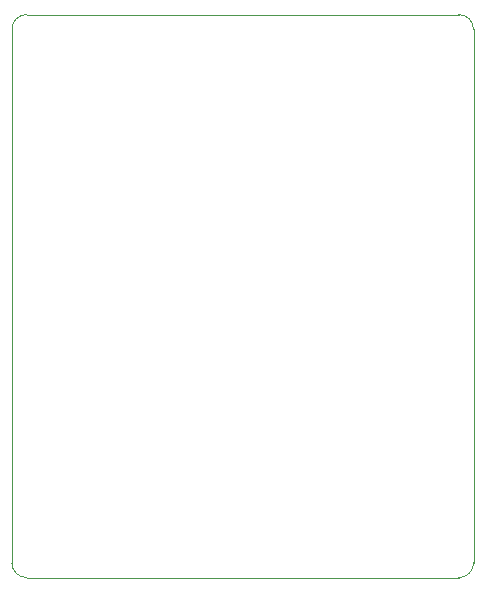
<source format=gbr>
%TF.GenerationSoftware,KiCad,Pcbnew,9.0.6*%
%TF.CreationDate,2026-01-22T12:37:59+05:30*%
%TF.ProjectId,Muscle sensor,4d757363-6c65-4207-9365-6e736f722e6b,rev?*%
%TF.SameCoordinates,Original*%
%TF.FileFunction,Profile,NP*%
%FSLAX46Y46*%
G04 Gerber Fmt 4.6, Leading zero omitted, Abs format (unit mm)*
G04 Created by KiCad (PCBNEW 9.0.6) date 2026-01-22 12:37:59*
%MOMM*%
%LPD*%
G01*
G04 APERTURE LIST*
%TA.AperFunction,Profile*%
%ADD10C,0.050000*%
%TD*%
G04 APERTURE END LIST*
D10*
X140340000Y-60434500D02*
G75*
G02*
X141590000Y-59184500I1250000J0D01*
G01*
X141590000Y-106860000D02*
G75*
G02*
X140340000Y-105610000I0J1250000D01*
G01*
X178180000Y-59184500D02*
G75*
G02*
X179430000Y-60434500I0J-1250000D01*
G01*
X179430000Y-105610000D02*
G75*
G02*
X178180000Y-106860000I-1250000J0D01*
G01*
X141590000Y-59184500D02*
X178180000Y-59184500D01*
X178180000Y-106860000D02*
X141590000Y-106860000D01*
X140340000Y-105610000D02*
X140340000Y-60434500D01*
X179430000Y-60434500D02*
X179430000Y-105610000D01*
M02*

</source>
